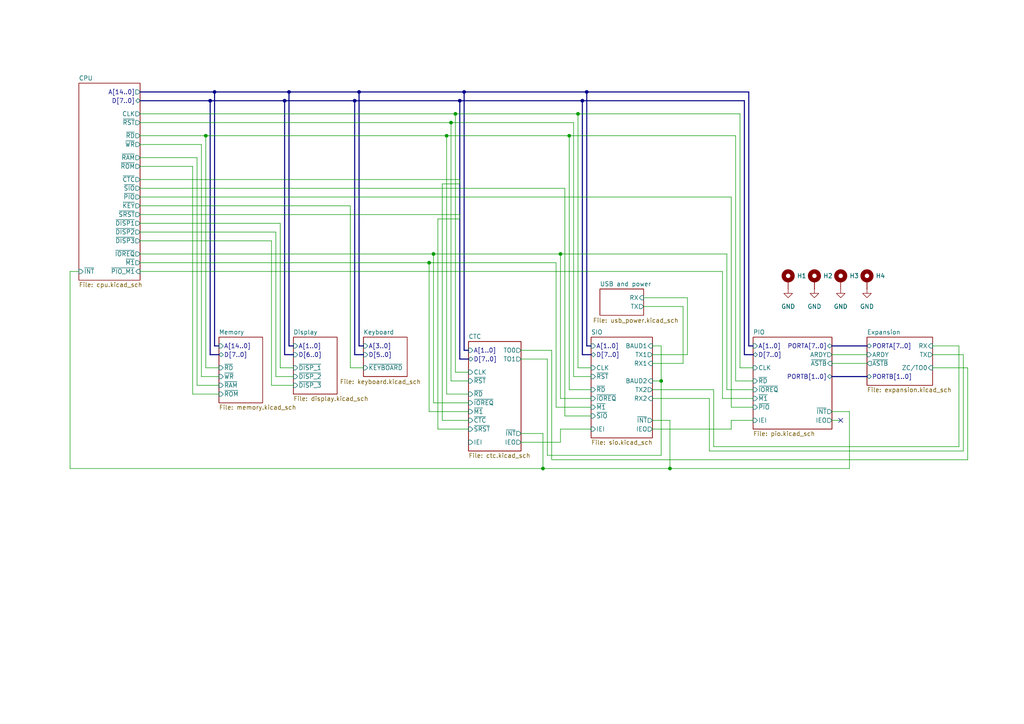
<source format=kicad_sch>
(kicad_sch (version 20250114) (generator "eeschema") (generator_version "9.0")
  (paper "A4")
  (title_block (date "2025-10-19") (rev "A") (company "A.K."))
  (lib_symbols
    (symbol "Mechanical:MountingHole_Pad" (pin_numbers (hide yes)) (pin_names (offset 1.016) (hide yes)) (in_bom no)
      (property "Reference" "H" (at 0 6.35 0))
      (property "Value" "MountingHole_Pad" (at 0 4.445 0))
      (symbol "MountingHole_Pad_0_1"
        (circle (center 0 1.27) (radius 1.27) (stroke (width 1.27)))
      )
      (symbol "MountingHole_Pad_1_1"
        (pin input line (at 0 -2.54 90) (length 2.54) (name "1") (number "1"))
      )
    )
    (symbol "power:GND" (power) (pin_numbers (hide yes)) (pin_names (offset 0) (hide yes))
      (property "Value" "GND" (at 0 -3.81 0))
      (symbol "GND_0_1"
        (polyline (pts (xy 0 0) (xy 0 -1.27) (xy 1.27 -1.27) (xy 0 -2.54) (xy -1.27 -1.27) (xy 0 -1.27)))
      )
      (symbol "GND_1_1"
        (pin power_in line (at 0 0 270) (length 0) (name "~") (number "1"))
      )
    )
  )
  (junction (at 130.81 35.56))
  (junction (at 102.87 29.21))
  (junction (at 157.48 135.89))
  (junction (at 60.96 29.21))
  (junction (at 129.54 39.37))
  (junction (at 134.62 26.67))
  (junction (at 167.64 33.02))
  (junction (at 62.23 26.67))
  (junction (at 170.18 26.67))
  (junction (at 82.55 29.21))
  (junction (at 133.35 29.21))
  (junction (at 59.69 39.37))
  (junction (at 191.77 110.49))
  (junction (at 165.1 39.37))
  (junction (at 162.56 73.66))
  (junction (at 83.82 26.67))
  (junction (at 194.31 135.89))
  (junction (at 104.14 26.67))
  (junction (at 168.91 29.21))
  (junction (at 125.73 73.66))
  (junction (at 132.08 33.02))
  (junction (at 124.46 76.2))
  (no_connect (at 243.84 121.92))
  (wire (pts (xy 241.3 102.87) (xy 251.46 102.87)))
  (wire (pts (xy 205.74 115.57) (xy 205.74 130.81)))
  (wire (pts (xy 40.64 54.61) (xy 163.83 54.61)))
  (wire (pts (xy 163.83 54.61) (xy 163.83 120.65)))
  (bus (pts (xy 170.18 26.67) (xy 217.17 26.67)))
  (wire (pts (xy 198.12 88.9) (xy 198.12 105.41)))
  (wire (pts (xy 135.89 107.95) (xy 132.08 107.95)))
  (wire (pts (xy 279.4 102.87) (xy 270.51 102.87)))
  (wire (pts (xy 22.86 78.74) (xy 20.32 78.74)))
  (wire (pts (xy 151.13 125.73) (xy 157.48 125.73)))
  (wire (pts (xy 198.12 105.41) (xy 189.23 105.41)))
  (wire (pts (xy 57.15 45.72) (xy 40.64 45.72)))
  (wire (pts (xy 279.4 130.81) (xy 279.4 102.87)))
  (bus (pts (xy 241.3 100.33) (xy 251.46 100.33)))
  (wire (pts (xy 171.45 113.03) (xy 165.1 113.03)))
  (wire (pts (xy 189.23 113.03) (xy 207.01 113.03)))
  (wire (pts (xy 127 124.46) (xy 135.89 124.46)))
  (wire (pts (xy 20.32 135.89) (xy 157.48 135.89)))
  (wire (pts (xy 157.48 125.73) (xy 157.48 135.89)))
  (wire (pts (xy 40.64 69.85) (xy 78.74 69.85)))
  (wire (pts (xy 40.64 48.26) (xy 55.88 48.26)))
  (wire (pts (xy 207.01 113.03) (xy 207.01 129.54)))
  (wire (pts (xy 124.46 76.2) (xy 161.29 76.2)))
  (wire (pts (xy 162.56 73.66) (xy 162.56 115.57)))
  (wire (pts (xy 212.09 57.15) (xy 212.09 118.11)))
  (wire (pts (xy 63.5 111.76) (xy 57.15 111.76)))
  (wire (pts (xy 189.23 115.57) (xy 205.74 115.57)))
  (wire (pts (xy 214.63 106.68) (xy 218.44 106.68)))
  (wire (pts (xy 125.73 73.66) (xy 125.73 116.84)))
  (wire (pts (xy 189.23 110.49) (xy 191.77 110.49)))
  (wire (pts (xy 135.89 114.3) (xy 129.54 114.3)))
  (wire (pts (xy 81.28 106.68) (xy 85.09 106.68)))
  (wire (pts (xy 191.77 110.49) (xy 191.77 100.33)))
  (wire (pts (xy 278.13 100.33) (xy 270.51 100.33)))
  (wire (pts (xy 194.31 121.92) (xy 189.23 121.92)))
  (wire (pts (xy 81.28 64.77) (xy 81.28 106.68)))
  (wire (pts (xy 241.3 121.92) (xy 243.84 121.92)))
  (wire (pts (xy 189.23 124.46) (xy 212.09 124.46)))
  (wire (pts (xy 129.54 39.37) (xy 59.69 39.37)))
  (wire (pts (xy 162.56 128.27) (xy 162.56 124.46)))
  (bus (pts (xy 105.41 100.33) (xy 104.14 100.33)))
  (wire (pts (xy 270.51 106.68) (xy 280.67 106.68)))
  (wire (pts (xy 40.64 73.66) (xy 125.73 73.66)))
  (bus (pts (xy 85.09 102.87) (xy 82.55 102.87)))
  (wire (pts (xy 133.35 53.34) (xy 133.35 52.07)))
  (wire (pts (xy 40.64 64.77) (xy 81.28 64.77)))
  (bus (pts (xy 104.14 26.67) (xy 134.62 26.67)))
  (wire (pts (xy 158.75 104.14) (xy 158.75 132.08)))
  (wire (pts (xy 124.46 119.38) (xy 135.89 119.38)))
  (wire (pts (xy 78.74 69.85) (xy 78.74 111.76)))
  (wire (pts (xy 214.63 33.02) (xy 214.63 106.68)))
  (wire (pts (xy 209.55 115.57) (xy 218.44 115.57)))
  (wire (pts (xy 209.55 78.74) (xy 209.55 115.57)))
  (wire (pts (xy 59.69 106.68) (xy 59.69 39.37)))
  (wire (pts (xy 162.56 124.46) (xy 171.45 124.46)))
  (wire (pts (xy 63.5 109.22) (xy 58.42 109.22)))
  (wire (pts (xy 125.73 116.84) (xy 135.89 116.84)))
  (bus (pts (xy 40.64 26.67) (xy 62.23 26.67)))
  (wire (pts (xy 212.09 121.92) (xy 218.44 121.92)))
  (wire (pts (xy 199.39 102.87) (xy 189.23 102.87)))
  (bus (pts (xy 102.87 29.21) (xy 102.87 102.87)))
  (wire (pts (xy 161.29 118.11) (xy 171.45 118.11)))
  (wire (pts (xy 40.64 76.2) (xy 124.46 76.2)))
  (wire (pts (xy 78.74 111.76) (xy 85.09 111.76)))
  (wire (pts (xy 130.81 35.56) (xy 166.37 35.56)))
  (wire (pts (xy 80.01 67.31) (xy 80.01 109.22)))
  (bus (pts (xy 217.17 100.33) (xy 218.44 100.33)))
  (wire (pts (xy 101.6 59.69) (xy 101.6 106.68)))
  (bus (pts (xy 85.09 100.33) (xy 83.82 100.33)))
  (wire (pts (xy 40.64 33.02) (xy 132.08 33.02)))
  (bus (pts (xy 171.45 100.33) (xy 170.18 100.33)))
  (wire (pts (xy 130.81 110.49) (xy 135.89 110.49)))
  (wire (pts (xy 125.73 73.66) (xy 162.56 73.66)))
  (wire (pts (xy 124.46 76.2) (xy 124.46 119.38)))
  (bus (pts (xy 171.45 102.87) (xy 168.91 102.87)))
  (wire (pts (xy 161.29 76.2) (xy 161.29 118.11)))
  (wire (pts (xy 129.54 39.37) (xy 165.1 39.37)))
  (wire (pts (xy 246.38 119.38) (xy 241.3 119.38)))
  (wire (pts (xy 171.45 106.68) (xy 167.64 106.68)))
  (bus (pts (xy 63.5 102.87) (xy 60.96 102.87)))
  (wire (pts (xy 132.08 33.02) (xy 132.08 107.95)))
  (wire (pts (xy 40.64 59.69) (xy 101.6 59.69)))
  (wire (pts (xy 160.02 101.6) (xy 151.13 101.6)))
  (wire (pts (xy 167.64 33.02) (xy 214.63 33.02)))
  (wire (pts (xy 40.64 57.15) (xy 212.09 57.15)))
  (wire (pts (xy 205.74 130.81) (xy 279.4 130.81)))
  (bus (pts (xy 60.96 29.21) (xy 60.96 102.87)))
  (wire (pts (xy 278.13 129.54) (xy 278.13 100.33)))
  (bus (pts (xy 215.9 29.21) (xy 215.9 102.87)))
  (bus (pts (xy 63.5 100.33) (xy 62.23 100.33)))
  (bus (pts (xy 215.9 102.87) (xy 218.44 102.87)))
  (wire (pts (xy 58.42 41.91) (xy 40.64 41.91)))
  (wire (pts (xy 212.09 118.11) (xy 218.44 118.11)))
  (wire (pts (xy 280.67 133.35) (xy 160.02 133.35)))
  (wire (pts (xy 191.77 132.08) (xy 191.77 110.49)))
  (wire (pts (xy 40.64 67.31) (xy 80.01 67.31)))
  (bus (pts (xy 104.14 26.67) (xy 104.14 100.33)))
  (wire (pts (xy 59.69 39.37) (xy 40.64 39.37)))
  (wire (pts (xy 151.13 128.27) (xy 162.56 128.27)))
  (wire (pts (xy 157.48 135.89) (xy 194.31 135.89)))
  (wire (pts (xy 128.27 121.92) (xy 135.89 121.92)))
  (bus (pts (xy 62.23 26.67) (xy 83.82 26.67)))
  (bus (pts (xy 82.55 29.21) (xy 82.55 102.87)))
  (wire (pts (xy 246.38 135.89) (xy 246.38 119.38)))
  (bus (pts (xy 134.62 26.67) (xy 170.18 26.67)))
  (wire (pts (xy 132.08 33.02) (xy 167.64 33.02)))
  (wire (pts (xy 186.69 86.36) (xy 199.39 86.36)))
  (wire (pts (xy 165.1 113.03) (xy 165.1 39.37)))
  (wire (pts (xy 218.44 110.49) (xy 213.36 110.49)))
  (bus (pts (xy 170.18 26.67) (xy 170.18 100.33)))
  (bus (pts (xy 62.23 26.67) (xy 62.23 100.33)))
  (wire (pts (xy 241.3 105.41) (xy 251.46 105.41)))
  (wire (pts (xy 20.32 78.74) (xy 20.32 135.89)))
  (wire (pts (xy 133.35 63.5) (xy 133.35 62.23)))
  (bus (pts (xy 241.3 109.22) (xy 251.46 109.22)))
  (bus (pts (xy 40.64 29.21) (xy 60.96 29.21)))
  (wire (pts (xy 130.81 35.56) (xy 130.81 110.49)))
  (wire (pts (xy 162.56 73.66) (xy 210.82 73.66)))
  (wire (pts (xy 218.44 113.03) (xy 210.82 113.03)))
  (bus (pts (xy 168.91 102.87) (xy 168.91 29.21)))
  (bus (pts (xy 135.89 104.14) (xy 133.35 104.14)))
  (bus (pts (xy 105.41 102.87) (xy 102.87 102.87)))
  (wire (pts (xy 63.5 106.68) (xy 59.69 106.68)))
  (wire (pts (xy 57.15 111.76) (xy 57.15 45.72)))
  (wire (pts (xy 166.37 35.56) (xy 166.37 109.22)))
  (bus (pts (xy 133.35 29.21) (xy 133.35 104.14)))
  (wire (pts (xy 40.64 35.56) (xy 130.81 35.56)))
  (wire (pts (xy 129.54 39.37) (xy 129.54 114.3)))
  (wire (pts (xy 280.67 106.68) (xy 280.67 133.35)))
  (bus (pts (xy 217.17 26.67) (xy 217.17 100.33)))
  (wire (pts (xy 158.75 132.08) (xy 191.77 132.08)))
  (bus (pts (xy 82.55 29.21) (xy 102.87 29.21)))
  (bus (pts (xy 133.35 29.21) (xy 168.91 29.21)))
  (wire (pts (xy 133.35 63.5) (xy 127 63.5)))
  (wire (pts (xy 133.35 52.07) (xy 40.64 52.07)))
  (wire (pts (xy 58.42 109.22) (xy 58.42 41.91)))
  (bus (pts (xy 134.62 26.67) (xy 134.62 101.6)))
  (wire (pts (xy 166.37 109.22) (xy 171.45 109.22)))
  (bus (pts (xy 102.87 29.21) (xy 133.35 29.21)))
  (wire (pts (xy 162.56 115.57) (xy 171.45 115.57)))
  (wire (pts (xy 55.88 114.3) (xy 63.5 114.3)))
  (bus (pts (xy 135.89 101.6) (xy 134.62 101.6)))
  (wire (pts (xy 101.6 106.68) (xy 105.41 106.68)))
  (wire (pts (xy 151.13 104.14) (xy 158.75 104.14)))
  (wire (pts (xy 186.69 88.9) (xy 198.12 88.9)))
  (wire (pts (xy 207.01 129.54) (xy 278.13 129.54)))
  (wire (pts (xy 160.02 133.35) (xy 160.02 101.6)))
  (wire (pts (xy 194.31 135.89) (xy 246.38 135.89)))
  (wire (pts (xy 199.39 86.36) (xy 199.39 102.87)))
  (wire (pts (xy 128.27 53.34) (xy 128.27 121.92)))
  (bus (pts (xy 83.82 26.67) (xy 104.14 26.67)))
  (wire (pts (xy 194.31 135.89) (xy 194.31 121.92)))
  (wire (pts (xy 55.88 48.26) (xy 55.88 114.3)))
  (bus (pts (xy 83.82 26.67) (xy 83.82 100.33)))
  (wire (pts (xy 191.77 100.33) (xy 189.23 100.33)))
  (bus (pts (xy 60.96 29.21) (xy 82.55 29.21)))
  (wire (pts (xy 127 63.5) (xy 127 124.46)))
  (bus (pts (xy 168.91 29.21) (xy 215.9 29.21)))
  (wire (pts (xy 213.36 110.49) (xy 213.36 39.37)))
  (wire (pts (xy 80.01 109.22) (xy 85.09 109.22)))
  (wire (pts (xy 212.09 124.46) (xy 212.09 121.92)))
  (wire (pts (xy 165.1 39.37) (xy 213.36 39.37)))
  (wire (pts (xy 133.35 53.34) (xy 128.27 53.34)))
  (wire (pts (xy 40.64 78.74) (xy 209.55 78.74)))
  (wire (pts (xy 163.83 120.65) (xy 171.45 120.65)))
  (wire (pts (xy 210.82 113.03) (xy 210.82 73.66)))
  (wire (pts (xy 167.64 33.02) (xy 167.64 106.68)))
  (wire (pts (xy 133.35 62.23) (xy 40.64 62.23)))
  (symbol (lib_id "power:GND") (at 243.84 83.82 0) (unit 1)
    (property "Reference" "#PWR0123" (effects (hide yes)))
    (property "Value" "GND" (at 243.84 88.9 0))
    (property "Description" "Power symbol creates a global label with name \"GND\" , ground" (effects (hide yes)))
  )
  (symbol (lib_id "Mechanical:MountingHole_Pad") (at 228.6 81.28 0) (unit 1) (in_bom no)
    (property "Reference" "H1" (at 231.14 80.0099 0) (effects (justify left)))
    (property "Value" "MountingHole_Pad_MP" (effects (hide yes)))
    (property "Footprint" "MountingHole:MountingHole_3.2mm_M3_Pad_Via" (effects (hide yes)))
    (property "Description" "Mounting Hole with connection" (effects (hide yes)))
  )
  (symbol (lib_id "power:GND") (at 236.22 83.82 0) (unit 1)
    (property "Reference" "#PWR0122" (effects (hide yes)))
    (property "Value" "GND" (at 236.22 88.9 0))
    (property "Description" "Power symbol creates a global label with name \"GND\" , ground" (effects (hide yes)))
  )
  (symbol (lib_id "Mechanical:MountingHole_Pad") (at 251.46 81.28 0) (unit 1) (in_bom no)
    (property "Reference" "H4" (at 254 80.0099 0) (effects (justify left)))
    (property "Value" "MountingHole_Pad_MP" (effects (hide yes)))
    (property "Footprint" "MountingHole:MountingHole_3.2mm_M3_Pad_Via" (effects (hide yes)))
    (property "Description" "Mounting Hole with connection" (effects (hide yes)))
  )
  (symbol (lib_id "Mechanical:MountingHole_Pad") (at 243.84 81.28 0) (unit 1) (in_bom no)
    (property "Reference" "H3" (at 246.38 80.0099 0) (effects (justify left)))
    (property "Value" "MountingHole_Pad_MP" (effects (hide yes)))
    (property "Footprint" "MountingHole:MountingHole_3.2mm_M3_Pad_Via" (effects (hide yes)))
    (property "Description" "Mounting Hole with connection" (effects (hide yes)))
  )
  (symbol (lib_id "power:GND") (at 228.6 83.82 0) (unit 1)
    (property "Reference" "#PWR0121" (effects (hide yes)))
    (property "Value" "GND" (at 228.6 88.9 0))
    (property "Description" "Power symbol creates a global label with name \"GND\" , ground" (effects (hide yes)))
  )
  (symbol (lib_id "power:GND") (at 251.46 83.82 0) (unit 1)
    (property "Reference" "#PWR0124" (effects (hide yes)))
    (property "Value" "GND" (at 251.46 88.9 0))
    (property "Description" "Power symbol creates a global label with name \"GND\" , ground" (effects (hide yes)))
  )
  (symbol (lib_id "Mechanical:MountingHole_Pad") (at 236.22 81.28 0) (unit 1) (in_bom no)
    (property "Reference" "H2" (at 238.76 80.0099 0) (effects (justify left)))
    (property "Value" "MountingHole_Pad_MP" (effects (hide yes)))
    (property "Footprint" "MountingHole:MountingHole_3.2mm_M3_Pad_Via" (effects (hide yes)))
    (property "Description" "Mounting Hole with connection" (effects (hide yes)))
  )
  (sheet (at 63.5 97.79) (size 12.7 19.05) (stroke (width 0.1524))
    (property "Sheetname" "Memory" (at 63.5 97.0784 0) (effects (justify left bottom)))
    (property "Sheetfile" "memory.kicad_sch" (at 63.5 117.4246 0) (effects (justify left top)))
    (pin "A[14..0]" input (at 63.5 100.33 180))
    (pin "D[7..0]" bidirectional (at 63.5 102.87 180))
    (pin "~{RAM}" input (at 63.5 111.76 180))
    (pin "~{RD}" input (at 63.5 106.68 180))
    (pin "~{ROM}" input (at 63.5 114.3 180))
    (pin "~{WR}" input (at 63.5 109.22 180))
  )
  (sheet (at 135.89 99.06) (size 15.24 31.75) (stroke (width 0.1524))
    (property "Sheetname" "CTC" (at 135.89 98.3484 0) (effects (justify left bottom)))
    (property "Sheetfile" "ctc.kicad_sch" (at 135.89 131.3946 0) (effects (justify left top)))
    (pin "A[1..0]" input (at 135.89 101.6 180))
    (pin "CLK" input (at 135.89 107.95 180))
    (pin "D[7..0]" bidirectional (at 135.89 104.14 180))
    (pin "IEI" input (at 135.89 128.27 180))
    (pin "IEO" output (at 151.13 128.27 0))
    (pin "~{CTC}" input (at 135.89 121.92 180))
    (pin "~{INT}" output (at 151.13 125.73 0))
    (pin "~{IOREQ}" input (at 135.89 116.84 180))
    (pin "~{M1}" input (at 135.89 119.38 180))
    (pin "~{RD}" input (at 135.89 114.3 180))
    (pin "~{RST}" input (at 135.89 110.49 180))
    (pin "TO0" output (at 151.13 101.6 0))
    (pin "TO1" output (at 151.13 104.14 0))
    (pin "~{SRST}" input (at 135.89 124.46 180))
  )
  (sheet (at 22.86 24.13) (size 17.78 57.15) (stroke (width 0.1524))
    (property "Sheetname" "CPU" (at 22.86 23.4184 0) (effects (justify left bottom)))
    (property "Sheetfile" "cpu.kicad_sch" (at 22.86 81.8646 0) (effects (justify left top)))
    (pin "A[14..0]" output (at 40.64 26.67 0))
    (pin "CLK" output (at 40.64 33.02 0))
    (pin "D[7..0]" bidirectional (at 40.64 29.21 0))
    (pin "~{CTC}" output (at 40.64 52.07 0))
    (pin "~{INT}" input (at 22.86 78.74 180))
    (pin "~{IOREQ}" output (at 40.64 73.66 0))
    (pin "~{KEY}" output (at 40.64 59.69 0))
    (pin "~{M1}" output (at 40.64 76.2 0))
    (pin "~{PIO}" output (at 40.64 57.15 0))
    (pin "~{RAM}" output (at 40.64 45.72 0))
    (pin "~{RD}" output (at 40.64 39.37 0))
    (pin "~{ROM}" output (at 40.64 48.26 0))
    (pin "~{RST}" output (at 40.64 35.56 0))
    (pin "~{SIO}" output (at 40.64 54.61 0))
    (pin "~{WR}" output (at 40.64 41.91 0))
    (pin "~{PIO_M1}" input (at 40.64 78.74 0))
    (pin "~{SRST}" output (at 40.64 62.23 0))
    (pin "~{DISP1}" output (at 40.64 64.77 0))
    (pin "~{DISP2}" output (at 40.64 67.31 0))
    (pin "~{DISP3}" output (at 40.64 69.85 0))
  )
  (sheet (at 173.99 83.82) (size 12.7 7.62) (stroke (width 0.1524))
    (property "Sheetname" "USB and power" (at 173.99 83.1084 0) (effects (justify left bottom)))
    (property "Sheetfile" "usb_power.kicad_sch" (at 171.958 92.202 0) (effects (justify left top)))
    (pin "RX" input (at 186.69 86.36 0))
    (pin "TX" output (at 186.69 88.9 0))
  )
  (sheet (at 171.45 97.79) (size 17.78 29.21) (stroke (width 0.1524))
    (property "Sheetname" "SIO" (at 171.45 97.0784 0) (effects (justify left bottom)))
    (property "Sheetfile" "sio.kicad_sch" (at 171.45 127.5846 0) (effects (justify left top)))
    (pin "A[1..0]" input (at 171.45 100.33 180))
    (pin "BAUD1" input (at 189.23 100.33 0))
    (pin "BAUD2" input (at 189.23 110.49 0))
    (pin "CLK" input (at 171.45 106.68 180))
    (pin "D[7..0]" bidirectional (at 171.45 102.87 180))
    (pin "IEI" input (at 171.45 124.46 180))
    (pin "IEO" output (at 189.23 124.46 0))
    (pin "RX1" input (at 189.23 105.41 0))
    (pin "RX2" input (at 189.23 115.57 0))
    (pin "TX1" output (at 189.23 102.87 0))
    (pin "TX2" output (at 189.23 113.03 0))
    (pin "~{INT}" output (at 189.23 121.92 0))
    (pin "~{IOREQ}" input (at 171.45 115.57 180))
    (pin "~{M1}" input (at 171.45 118.11 180))
    (pin "~{RD}" input (at 171.45 113.03 180))
    (pin "~{RST}" input (at 171.45 109.22 180))
    (pin "~{SIO}" input (at 171.45 120.65 180))
  )
  (sheet (at 85.09 97.79) (size 12.7 16.51) (stroke (width 0.1524))
    (property "Sheetname" "Display" (at 85.09 97.0784 0) (effects (justify left bottom)))
    (property "Sheetfile" "display.kicad_sch" (at 85.09 114.8846 0) (effects (justify left top)))
    (pin "A[1..0]" input (at 85.09 100.33 180))
    (pin "D[6..0]" input (at 85.09 102.87 180))
    (pin "~{DISP_1}" input (at 85.09 106.68 180))
    (pin "~{DISP_2}" input (at 85.09 109.22 180))
    (pin "~{DISP_3}" input (at 85.09 111.76 180))
  )
  (sheet (at 218.44 97.79) (size 22.86 26.67) (stroke (width 0.1524))
    (property "Sheetname" "PIO" (at 218.44 97.0784 0) (effects (justify left bottom)))
    (property "Sheetfile" "pio.kicad_sch" (at 218.44 125.0446 0) (effects (justify left top)))
    (pin "ARDY" output (at 241.3 102.87 0))
    (pin "A[1..0]" input (at 218.44 100.33 180))
    (pin "CLK" input (at 218.44 106.68 180))
    (pin "D[7..0]" bidirectional (at 218.44 102.87 180))
    (pin "IEI" input (at 218.44 121.92 180))
    (pin "IEO" output (at 241.3 121.92 0))
    (pin "PORTA[7..0]" bidirectional (at 241.3 100.33 0))
    (pin "PORTB[1..0]" bidirectional (at 241.3 109.22 0))
    (pin "~{ASTB}" input (at 241.3 105.41 0))
    (pin "~{INT}" output (at 241.3 119.38 0))
    (pin "~{IOREQ}" input (at 218.44 113.03 180))
    (pin "~{M1}" input (at 218.44 115.57 180))
    (pin "~{PIO}" input (at 218.44 118.11 180))
    (pin "~{RD}" input (at 218.44 110.49 180))
  )
  (sheet (at 105.41 97.79) (size 12.7 11.43) (stroke (width 0.1524))
    (property "Sheetname" "Keyboard" (at 105.41 97.0784 0) (effects (justify left bottom)))
    (property "Sheetfile" "keyboard.kicad_sch" (at 98.552 109.982 0) (effects (justify left top)))
    (pin "A[3..0]" input (at 105.41 100.33 180))
    (pin "D[5..0]" input (at 105.41 102.87 180))
    (pin "~{KEYBOARD}" input (at 105.41 106.68 180))
  )
  (sheet (at 251.46 97.79) (size 19.05 13.97) (stroke (width 0.1524))
    (property "Sheetname" "Expansion" (at 251.46 97.0784 0) (effects (justify left bottom)))
    (property "Sheetfile" "expansion.kicad_sch" (at 251.46 112.3446 0) (effects (justify left top)))
    (pin "ARDY" input (at 251.46 102.87 180))
    (pin "PORTA[7..0]" bidirectional (at 251.46 100.33 180))
    (pin "PORTB[1..0]" bidirectional (at 251.46 109.22 180))
    (pin "RX" input (at 270.51 100.33 0))
    (pin "TX" output (at 270.51 102.87 0))
    (pin "ZC{slash}TO0" input (at 270.51 106.68 0))
    (pin "~{ASTB}" output (at 251.46 105.41 180))
  )
)
</source>
